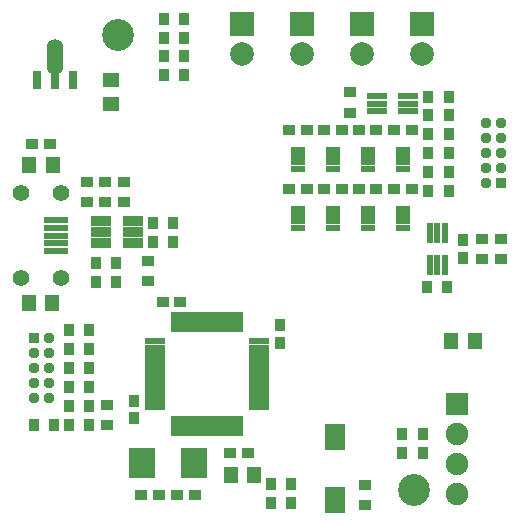
<source format=gbr>
%TF.GenerationSoftware,KiCad,Pcbnew,4.0.7-e2-6376~61~ubuntu18.04.1*%
%TF.CreationDate,2018-06-27T21:08:26+02:00*%
%TF.ProjectId,blackBoxProbe,626C61636B426F7850726F62652E6B69,rev?*%
%TF.FileFunction,Soldermask,Top*%
%FSLAX46Y46*%
G04 Gerber Fmt 4.6, Leading zero omitted, Abs format (unit mm)*
G04 Created by KiCad (PCBNEW 4.0.7-e2-6376~61~ubuntu18.04.1) date Wed Jun 27 21:08:26 2018*
%MOMM*%
%LPD*%
G01*
G04 APERTURE LIST*
%ADD10C,0.150000*%
%ADD11R,1.700000X0.600000*%
%ADD12R,2.300000X2.600000*%
%ADD13R,0.900000X1.100000*%
%ADD14R,0.600000X1.700000*%
%ADD15R,0.480000X1.700000*%
%ADD16R,1.700000X0.480000*%
%ADD17C,2.700000*%
%ADD18R,1.200000X1.450000*%
%ADD19R,1.000000X0.950000*%
%ADD20R,1.450000X1.200000*%
%ADD21R,0.950000X1.000000*%
%ADD22C,1.400000*%
%ADD23R,2.050000X0.600000*%
%ADD24R,1.900000X1.900000*%
%ADD25O,1.900000X1.900000*%
%ADD26R,1.100000X0.900000*%
%ADD27R,1.797660X2.198980*%
%ADD28R,1.760000X0.850000*%
%ADD29R,1.200000X0.600000*%
%ADD30R,1.200000X0.500000*%
%ADD31R,0.680000X1.600000*%
%ADD32O,1.400000X3.050000*%
%ADD33R,2.000000X2.000000*%
%ADD34C,2.000000*%
%ADD35R,0.950000X0.950000*%
%ADD36C,0.950000*%
G04 APERTURE END LIST*
D10*
D11*
X45670000Y-159150000D03*
X45670000Y-159800000D03*
X45670000Y-160450000D03*
X48330000Y-160450000D03*
X48330000Y-159800000D03*
X48330000Y-159150000D03*
D12*
X25800000Y-190200000D03*
X30200000Y-190200000D03*
D13*
X29350000Y-154200000D03*
X27650000Y-154200000D03*
D14*
X28490000Y-187125000D03*
D15*
X29050000Y-187125000D03*
X29550000Y-187125000D03*
X30050000Y-187125000D03*
X30550000Y-187125000D03*
X31050000Y-187125000D03*
X31550000Y-187125000D03*
X32050000Y-187125000D03*
X32550000Y-187125000D03*
X33050000Y-187125000D03*
X33550000Y-187125000D03*
D14*
X34110000Y-187125000D03*
D11*
X35725000Y-185510000D03*
D16*
X35725000Y-184950000D03*
X35725000Y-184450000D03*
X35725000Y-183950000D03*
X35725000Y-183450000D03*
X35725000Y-182950000D03*
X35725000Y-182450000D03*
X35725000Y-181950000D03*
X35725000Y-181450000D03*
X35725000Y-180950000D03*
X35725000Y-180450000D03*
D11*
X35725000Y-179890000D03*
D14*
X34110000Y-178275000D03*
D15*
X33550000Y-178275000D03*
X33050000Y-178275000D03*
X32550000Y-178275000D03*
X32050000Y-178275000D03*
X31550000Y-178275000D03*
X31050000Y-178275000D03*
X30550000Y-178275000D03*
X30050000Y-178275000D03*
X29550000Y-178275000D03*
X29050000Y-178275000D03*
D14*
X28490000Y-178275000D03*
D11*
X26875000Y-179890000D03*
D16*
X26875000Y-180450000D03*
X26875000Y-180950000D03*
X26875000Y-181450000D03*
X26875000Y-181950000D03*
X26875000Y-182450000D03*
X26875000Y-182950000D03*
X26875000Y-183450000D03*
X26875000Y-183950000D03*
X26875000Y-184450000D03*
X26875000Y-184950000D03*
D11*
X26875000Y-185510000D03*
D17*
X23800000Y-154000000D03*
X48800000Y-192500000D03*
D18*
X18250000Y-165000000D03*
X16250000Y-165000000D03*
X16210000Y-176690000D03*
X18210000Y-176690000D03*
D19*
X18000000Y-163200000D03*
X16500000Y-163200000D03*
D20*
X23150000Y-157825000D03*
X23150000Y-159825000D03*
D21*
X37500000Y-178550000D03*
X37500000Y-180050000D03*
D19*
X27550000Y-176600000D03*
X29050000Y-176600000D03*
D21*
X25100000Y-186450000D03*
X25100000Y-184950000D03*
D19*
X34750000Y-189400000D03*
X33250000Y-189400000D03*
D18*
X35300000Y-191200000D03*
X33300000Y-191200000D03*
D21*
X53000000Y-171350000D03*
X53000000Y-172850000D03*
D19*
X25750000Y-192900000D03*
X27250000Y-192900000D03*
X30250000Y-192900000D03*
X28750000Y-192900000D03*
D18*
X54000000Y-179900000D03*
X52000000Y-179900000D03*
D19*
X44150000Y-162000000D03*
X45650000Y-162000000D03*
X48650000Y-162000000D03*
X47150000Y-162000000D03*
X38250000Y-167000000D03*
X39750000Y-167000000D03*
X48650000Y-167000000D03*
X47150000Y-167000000D03*
X44150000Y-167000000D03*
X45650000Y-167000000D03*
X42750000Y-167000000D03*
X41250000Y-167000000D03*
X38250000Y-162000000D03*
X39750000Y-162000000D03*
X42750000Y-162000000D03*
X41250000Y-162000000D03*
D22*
X18975000Y-167395000D03*
X18975000Y-174545000D03*
X15525000Y-167395000D03*
D23*
X18550000Y-172270000D03*
X18550000Y-171620000D03*
X18550000Y-170970000D03*
X18550000Y-170320000D03*
X18550000Y-169670000D03*
D22*
X15525000Y-174545000D03*
D24*
X52450000Y-185260000D03*
D25*
X52450000Y-187800000D03*
X52450000Y-190340000D03*
X52450000Y-192880000D03*
D14*
X51450000Y-170770000D03*
X50800000Y-170770000D03*
X50150000Y-170770000D03*
X50150000Y-173430000D03*
X50800000Y-173430000D03*
X51450000Y-173430000D03*
D26*
X21100000Y-168150000D03*
X21100000Y-166450000D03*
D13*
X23600000Y-173300000D03*
X21900000Y-173300000D03*
X21900000Y-174900000D03*
X23600000Y-174900000D03*
X36750000Y-192000000D03*
X38450000Y-192000000D03*
X36750000Y-193600000D03*
X38450000Y-193600000D03*
D26*
X44700000Y-193750000D03*
X44700000Y-192050000D03*
X22700000Y-166450000D03*
X22700000Y-168150000D03*
D13*
X19650000Y-180600000D03*
X21350000Y-180600000D03*
X19650000Y-183800000D03*
X21350000Y-183800000D03*
D26*
X56200000Y-171250000D03*
X56200000Y-172950000D03*
X54600000Y-172950000D03*
X54600000Y-171250000D03*
X24300000Y-166450000D03*
X24300000Y-168150000D03*
D13*
X19650000Y-179000000D03*
X21350000Y-179000000D03*
X19650000Y-182200000D03*
X21350000Y-182200000D03*
X19650000Y-185400000D03*
X21350000Y-185400000D03*
D26*
X26300000Y-174850000D03*
X26300000Y-173150000D03*
X22800000Y-187050000D03*
X22800000Y-185350000D03*
D13*
X19650000Y-187000000D03*
X21350000Y-187000000D03*
X18350000Y-187000000D03*
X16650000Y-187000000D03*
X51750000Y-159200000D03*
X50050000Y-159200000D03*
X51750000Y-165600000D03*
X50050000Y-165600000D03*
X51750000Y-162400000D03*
X50050000Y-162400000D03*
D26*
X43400000Y-158850000D03*
X43400000Y-160550000D03*
D13*
X51750000Y-167200000D03*
X50050000Y-167200000D03*
X51750000Y-164000000D03*
X50050000Y-164000000D03*
X51750000Y-160800000D03*
X50050000Y-160800000D03*
X49950000Y-175300000D03*
X51650000Y-175300000D03*
X29350000Y-152600000D03*
X27650000Y-152600000D03*
X29350000Y-155800000D03*
X27650000Y-155800000D03*
X29350000Y-157400000D03*
X27650000Y-157400000D03*
X49550000Y-187800000D03*
X47850000Y-187800000D03*
X49550000Y-189400000D03*
X47850000Y-189400000D03*
D27*
X42100000Y-193397480D03*
X42100000Y-188002520D03*
D28*
X22300000Y-169700000D03*
X22300000Y-170650000D03*
X22300000Y-171600000D03*
X25000000Y-171600000D03*
X25000000Y-169700000D03*
X25000000Y-170650000D03*
D29*
X39000000Y-168700000D03*
D30*
X39000000Y-169250000D03*
X39000000Y-169750000D03*
D29*
X39000000Y-170300000D03*
X42000000Y-170300000D03*
D30*
X42000000Y-169750000D03*
X42000000Y-169250000D03*
D29*
X42000000Y-168700000D03*
X44900000Y-163700000D03*
D30*
X44900000Y-164250000D03*
X44900000Y-164750000D03*
D29*
X44900000Y-165300000D03*
X47900000Y-165300000D03*
D30*
X47900000Y-164750000D03*
X47900000Y-164250000D03*
D29*
X47900000Y-163700000D03*
X44900000Y-168700000D03*
D30*
X44900000Y-169250000D03*
X44900000Y-169750000D03*
D29*
X44900000Y-170300000D03*
X47900000Y-170300000D03*
D30*
X47900000Y-169750000D03*
X47900000Y-169250000D03*
D29*
X47900000Y-168700000D03*
X39000000Y-163700000D03*
D30*
X39000000Y-164250000D03*
X39000000Y-164750000D03*
D29*
X39000000Y-165300000D03*
X42000000Y-165300000D03*
D30*
X42000000Y-164750000D03*
X42000000Y-164250000D03*
D29*
X42000000Y-163700000D03*
D31*
X16930000Y-157820000D03*
X18430000Y-157820000D03*
X19930000Y-157820000D03*
D32*
X18430000Y-155820000D03*
D33*
X34290000Y-153035000D03*
D34*
X34290000Y-155575000D03*
D33*
X39370000Y-153035000D03*
D34*
X39370000Y-155575000D03*
D33*
X44450000Y-153035000D03*
D34*
X44450000Y-155575000D03*
D33*
X49530000Y-153035000D03*
D34*
X49530000Y-155575000D03*
D13*
X28450000Y-169900000D03*
X26750000Y-169900000D03*
X28450000Y-171500000D03*
X26750000Y-171500000D03*
D35*
X16665000Y-179660000D03*
D36*
X17935000Y-179660000D03*
X16665000Y-180930000D03*
X17935000Y-180930000D03*
X16665000Y-182200000D03*
X17935000Y-182200000D03*
X16665000Y-183470000D03*
X17935000Y-183470000D03*
X16665000Y-184740000D03*
X17935000Y-184740000D03*
D35*
X56235000Y-166540000D03*
D36*
X54965000Y-166540000D03*
X56235000Y-165270000D03*
X54965000Y-165270000D03*
X56235000Y-164000000D03*
X54965000Y-164000000D03*
X56235000Y-162730000D03*
X54965000Y-162730000D03*
X56235000Y-161460000D03*
X54965000Y-161460000D03*
M02*

</source>
